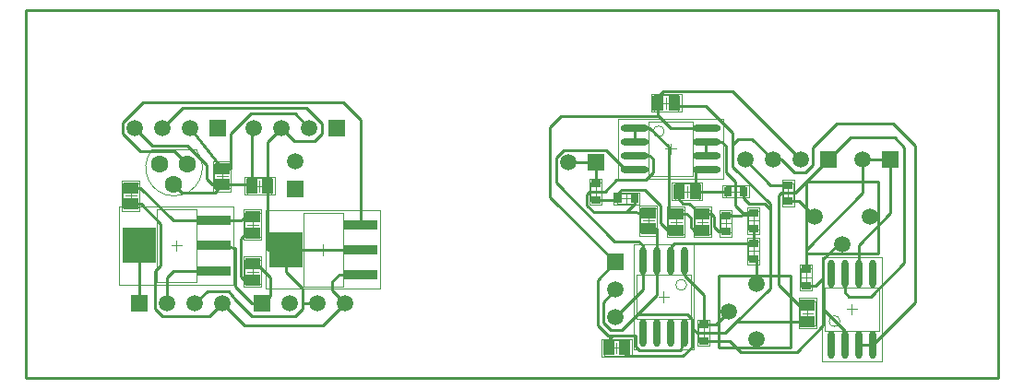
<source format=gtl>
G04 Layer_Physical_Order=1*
G04 Layer_Color=255*
%FSLAX25Y25*%
%MOIN*%
G70*
G01*
G75*
%ADD10R,0.12402X0.03543*%
%ADD11R,0.12402X0.12795*%
%ADD12R,0.04331X0.05512*%
%ADD13R,0.05512X0.04331*%
%ADD14R,0.03543X0.02756*%
%ADD15O,0.10039X0.02362*%
%ADD16O,0.02362X0.10039*%
%ADD17R,0.02756X0.03543*%
%ADD18C,0.01000*%
%ADD19C,0.00394*%
%ADD20C,0.00197*%
%ADD21R,0.05906X0.05906*%
%ADD22C,0.05906*%
%ADD23R,0.05906X0.05906*%
%ADD24C,0.06299*%
D10*
X463484Y134445D02*
D03*
Y143500D02*
D03*
Y152555D02*
D03*
X410484Y135945D02*
D03*
Y145000D02*
D03*
Y154055D02*
D03*
D11*
X436516Y143500D02*
D03*
X383516Y145000D02*
D03*
D12*
X429953Y166500D02*
D03*
X424047D02*
D03*
X553047Y108000D02*
D03*
X558953D02*
D03*
X570947Y196500D02*
D03*
X576853D02*
D03*
X584453Y164500D02*
D03*
X578547D02*
D03*
D13*
X413500Y172953D02*
D03*
Y167047D02*
D03*
X380500Y165953D02*
D03*
Y160047D02*
D03*
X424500Y138453D02*
D03*
Y132547D02*
D03*
Y155453D02*
D03*
Y149547D02*
D03*
X625000Y123453D02*
D03*
Y117547D02*
D03*
X587000Y156453D02*
D03*
Y150547D02*
D03*
X577500D02*
D03*
Y156453D02*
D03*
X567500Y151047D02*
D03*
Y156953D02*
D03*
D14*
X548500Y167453D02*
D03*
Y161547D02*
D03*
X595500Y150047D02*
D03*
Y155953D02*
D03*
X605500Y145953D02*
D03*
Y140047D02*
D03*
X618000Y166953D02*
D03*
Y161047D02*
D03*
X587500Y116453D02*
D03*
Y110547D02*
D03*
X605500Y156953D02*
D03*
Y151047D02*
D03*
X624500Y130547D02*
D03*
Y136453D02*
D03*
D15*
X562606Y187500D02*
D03*
Y182500D02*
D03*
Y177500D02*
D03*
Y172500D02*
D03*
X588394Y187500D02*
D03*
Y182500D02*
D03*
Y177500D02*
D03*
Y172500D02*
D03*
D16*
X580500Y139394D02*
D03*
X575500D02*
D03*
X570500D02*
D03*
X565500D02*
D03*
X580500Y113606D02*
D03*
X575500D02*
D03*
X570500D02*
D03*
X565500D02*
D03*
X633500Y109106D02*
D03*
X638500D02*
D03*
X643500D02*
D03*
X648500D02*
D03*
X633500Y134894D02*
D03*
X638500D02*
D03*
X643500D02*
D03*
X648500D02*
D03*
D17*
X562453Y162000D02*
D03*
X556547D02*
D03*
X596047Y164500D02*
D03*
X601953D02*
D03*
D18*
X597700Y200800D02*
X622500Y176000D01*
X573000Y200800D02*
X597700D01*
X570947Y198747D02*
X573000Y200800D01*
X570947Y196500D02*
Y198747D01*
X564344Y107056D02*
X579157D01*
X562800Y108600D02*
Y112400D01*
X554447D02*
X562800D01*
X553047Y111000D02*
X554447Y112400D01*
X553047Y108000D02*
Y111000D01*
X579157Y107056D02*
X580500Y113606D01*
X562800Y108600D02*
X564344Y107056D01*
X549047Y116253D02*
X552900Y112400D01*
X549047Y116253D02*
Y132547D01*
X555500Y139000D01*
X638500Y127986D02*
Y134894D01*
Y127986D02*
X640000Y126486D01*
X647722D01*
X660000Y138763D01*
Y180420D01*
X656420Y184000D02*
X660000Y180420D01*
X640500Y184000D02*
X656420D01*
X632500Y176000D02*
X640500Y184000D01*
X620500Y164000D02*
X632500Y176000D01*
X615600Y164000D02*
X620500D01*
X614681Y163081D02*
X615600Y164000D01*
X614681Y130772D02*
Y163081D01*
Y130772D02*
X622000Y123453D01*
X625000D01*
X559100Y172500D02*
X562606D01*
X552109Y179491D02*
X559100Y172500D01*
X536687Y179491D02*
X552109D01*
X534042Y176846D02*
X536687Y179491D01*
X534042Y167758D02*
Y176846D01*
Y167758D02*
X555300Y146500D01*
X564000D01*
X565500Y145000D01*
Y139394D02*
Y145000D01*
X611547Y166953D02*
X618000D01*
X602500Y176000D02*
X611547Y166953D01*
X565500Y129000D02*
Y139394D01*
X555500Y119000D02*
X565500Y129000D01*
X643500Y109106D02*
Y109200D01*
X648500Y109106D02*
Y109200D01*
Y109100D02*
Y109106D01*
X664000Y124600D02*
Y181000D01*
X656000Y189000D02*
X664000Y181000D01*
X635500Y189000D02*
X656000D01*
X627000Y180500D02*
X635500Y189000D01*
X627000Y174200D02*
Y180500D01*
X624200Y171400D02*
X627000Y174200D01*
X620100Y171400D02*
X624200D01*
X615500Y176000D02*
X620100Y171400D01*
X612500Y176000D02*
X615500D01*
X563626Y120126D02*
X581674D01*
X597900Y173500D02*
X611400Y160000D01*
X588053Y195500D02*
X597900Y185653D01*
X576853Y195500D02*
Y196500D01*
X567500Y151047D02*
X570500D01*
X463484Y152555D02*
Y190616D01*
X457262Y196838D02*
X463484Y190616D01*
X385003Y196838D02*
X457262D01*
X377522Y189358D02*
X385003Y196838D01*
X377522Y185613D02*
Y189358D01*
Y185613D02*
X383936Y179200D01*
X396300D01*
X401000Y174500D01*
X584000Y150547D02*
X587000D01*
X582700Y151847D02*
X584000Y150547D01*
X582700Y151847D02*
Y155000D01*
X581247Y156453D02*
X582700Y155000D01*
X577500Y156453D02*
X581247D01*
X574800D02*
X577500D01*
X568000Y187500D02*
X574800Y180700D01*
X562606Y187500D02*
X568000D01*
X562606Y185006D02*
Y187500D01*
X562600Y185000D02*
X562606Y185006D01*
X562600Y182500D02*
X562606D01*
X593000Y150047D02*
X595500D01*
X591256Y151791D02*
X593000Y150047D01*
X591256Y151791D02*
Y155444D01*
X590247Y156453D02*
X591256Y155444D01*
X587000Y156453D02*
X590247D01*
X578547Y161653D02*
Y164500D01*
Y161653D02*
X580000Y160200D01*
X582300D01*
X586047Y156453D01*
X587000D01*
X574653Y150547D02*
X577500D01*
X572000Y153200D02*
X574653Y150547D01*
X572000Y153200D02*
Y159500D01*
X566227Y165273D02*
X572000Y159500D01*
X557820Y165273D02*
X566227D01*
X556547Y164000D02*
X557820Y165273D01*
X556547Y162000D02*
Y164000D01*
Y161547D02*
Y162000D01*
X584453Y172500D02*
X588394D01*
X584453Y164500D02*
X596047D01*
X568000Y177500D02*
X569131Y176369D01*
Y171369D02*
Y176369D01*
X551800Y164500D02*
X556000Y168700D01*
X546100Y164500D02*
X551800D01*
X545181Y163581D02*
X546100Y164500D01*
X545181Y159581D02*
Y163581D01*
Y159581D02*
X547762Y157000D01*
X559453D01*
X567500Y156953D01*
X562606Y177500D02*
X568000D01*
X566463Y168700D02*
X569131Y171369D01*
X556000Y168700D02*
X566463D01*
X559453Y157000D02*
X562453Y160000D01*
Y162000D01*
X421700Y155453D02*
X424500D01*
X420302Y154055D02*
X421700Y155453D01*
X410484Y154055D02*
X420302D01*
X380500Y165953D02*
X384000D01*
X395898Y154055D01*
X410484D01*
X422200Y149547D02*
X424500D01*
X420239Y147586D02*
X422200Y149547D01*
X420239Y133961D02*
Y147586D01*
Y133961D02*
X421653Y132547D01*
X424500D01*
X601547Y156953D02*
X605500D01*
X599000Y159500D02*
X601547Y156953D01*
X599000Y159500D02*
Y168000D01*
X595450Y171550D02*
X599000Y168000D01*
X595450Y171550D02*
Y181050D01*
X594000Y182500D02*
X595450Y181050D01*
X588394Y182500D02*
X594000D01*
X588300D02*
X588394D01*
X588300Y177500D02*
X588394D01*
X591953Y116453D02*
X596500Y121000D01*
X587500Y116453D02*
X591953D01*
X587500D02*
Y127000D01*
X580500Y134000D02*
X587500Y127000D01*
X580500Y134000D02*
Y139394D01*
X605500Y145953D02*
Y151047D01*
X577000Y145953D02*
X605500D01*
X575500Y144453D02*
X577000Y145953D01*
X575500Y139394D02*
Y144453D01*
X630600Y140000D02*
X636100Y145500D01*
X630600Y133147D02*
Y140000D01*
X628000Y130547D02*
X630600Y133147D01*
X624500Y130547D02*
X628000D01*
X630600Y122100D02*
X638500Y114200D01*
Y109106D02*
Y114200D01*
X636100Y145500D02*
X637500D01*
X621083Y106517D02*
X630600Y116033D01*
X600883Y106517D02*
X621083D01*
X596853Y110547D02*
X600883Y106517D01*
X587500Y110547D02*
X596853D01*
X643500Y134894D02*
Y145200D01*
X655000Y156700D01*
Y176000D01*
X645000D02*
X655000D01*
X645000Y164000D02*
Y176000D01*
X624500Y143500D02*
X645000Y164000D01*
X624500Y136453D02*
Y143500D01*
X548500Y167453D02*
Y175000D01*
X538500D02*
X548500D01*
X605500Y140047D02*
X606500D01*
X621953Y161047D02*
X627500Y155500D01*
X618000Y161047D02*
X621953D01*
X439850Y192650D02*
X445000Y187500D01*
X423797Y192650D02*
X439850D01*
X416500Y185353D02*
X423797Y192650D01*
X402000Y187500D02*
X413500Y172953D01*
X396000Y135945D02*
X410484D01*
X393500Y133445D02*
X396000Y135945D01*
X393500Y124000D02*
Y133445D01*
X424500Y138453D02*
X425947D01*
X430800Y133600D01*
Y126800D02*
Y133600D01*
X428000Y124000D02*
X430800Y126800D01*
X410484Y145000D02*
X418200Y144000D01*
Y130000D02*
Y144000D01*
Y130000D02*
X424200Y124000D01*
X428000D01*
X383516Y124016D02*
Y145000D01*
X383500Y124000D02*
X383516Y124016D01*
X382000Y187500D02*
X388300Y181200D01*
X400947D01*
X408000Y174147D01*
Y169047D02*
Y174147D01*
Y169047D02*
X410000Y167047D01*
X413500D01*
X455745Y134445D02*
X463484D01*
X453300Y132000D02*
X455745Y134445D01*
X453300Y128700D02*
Y132000D01*
Y128700D02*
X458000Y124000D01*
X410744Y164291D02*
X413500Y167047D01*
X398709Y164291D02*
X410744D01*
X396000Y167000D02*
X398709Y164291D01*
X450000Y116000D02*
X458000Y124000D01*
X421500Y116000D02*
X450000D01*
X413500Y124000D02*
X421500Y116000D01*
X380500Y160047D02*
X384151D01*
X391233Y152964D01*
Y137933D02*
Y152964D01*
X389041Y135741D02*
X391233Y137933D01*
X389041Y122141D02*
Y135741D01*
Y122141D02*
X391783Y119400D01*
X408900D01*
X413500Y124000D01*
X392000Y187500D02*
X399300Y194800D01*
X444000D01*
X449493Y189307D01*
X449493Y185607D01*
X446786Y182900D02*
X449493Y185607D01*
X439600Y182900D02*
X446786D01*
X435000Y187500D02*
X439600Y182900D01*
X429953Y182453D02*
X435000Y187500D01*
X429953Y166500D02*
Y182453D01*
Y143500D02*
X436516D01*
X463484D01*
X436516Y135384D02*
X442500Y129400D01*
X439858Y119509D02*
X442500Y122150D01*
X424191Y119509D02*
X439858Y119509D01*
X418100Y125600D02*
X424191Y119509D01*
X415700Y128500D02*
X418100Y125600D01*
X415600Y128600D02*
X415700Y128500D01*
X408100Y128600D02*
X415600D01*
X403500Y124000D02*
X408100Y128600D01*
X575447Y187500D02*
X588394D01*
X570947Y192000D02*
Y196500D01*
X571047Y191900D02*
X575447Y187500D01*
X536000Y191900D02*
X571047D01*
X532000Y187900D02*
X536000Y191900D01*
X532000Y162500D02*
Y187900D01*
Y162500D02*
X555500Y139000D01*
X570500Y127000D02*
Y139394D01*
X551047Y117154D02*
X553689Y114512D01*
X599347Y117547D02*
X625000D01*
X558012Y114512D02*
X563626Y120126D01*
X551047Y124547D02*
X555500Y129000D01*
X553689Y114512D02*
X558012D01*
X583300Y115300D02*
Y118500D01*
X585068Y113532D02*
X595332D01*
X609400Y160000D02*
X611400Y158000D01*
X603953Y160000D02*
X609400D01*
X601953Y162000D02*
X603953Y160000D01*
X601953Y162000D02*
Y164500D01*
X583300Y115300D02*
X585068Y113532D01*
X597900Y181453D02*
X600000Y183553D01*
X604947D01*
X612500Y176000D01*
X551047Y117154D02*
Y124547D01*
X581674Y120126D02*
X583300Y118500D01*
X579987Y104987D02*
X583300Y108300D01*
X560013Y104987D02*
X579987D01*
X558953Y106047D02*
X560013Y104987D01*
X558953Y106047D02*
Y108000D01*
X600547Y155953D02*
X605500Y156953D01*
X595500Y155953D02*
X600547D01*
X424047Y186547D02*
X425000Y187500D01*
X424047Y166500D02*
Y168800D01*
Y186547D01*
X413500Y167047D02*
X422294D01*
X442500Y124000D02*
X448000D01*
X442500D02*
Y129400D01*
X436516Y135384D02*
Y143500D01*
X552900Y112400D02*
X554447D01*
X570947Y192000D02*
X571047Y191900D01*
X563626Y120126D02*
X570500Y127000D01*
Y139394D02*
Y151047D01*
X576853Y195500D02*
X588053D01*
X583300Y108300D02*
Y115300D01*
X643500Y109200D02*
X648500D01*
X599347Y117547D02*
X611400Y129600D01*
X595332Y113532D02*
X599347Y117547D01*
X648500Y109100D02*
X664000Y124600D01*
X611400Y129600D02*
Y158000D01*
Y160000D01*
X597900Y173500D02*
Y181453D01*
Y185653D01*
X562600Y182500D02*
Y185000D01*
X574800Y156453D02*
Y180700D01*
X548500Y161547D02*
X556547D01*
X584453Y164500D02*
Y172500D01*
X588300Y177500D02*
Y182500D01*
X630600Y116033D02*
Y122100D01*
Y133147D01*
X606500Y131000D02*
Y140047D01*
X422294Y167047D02*
X424047Y168800D01*
X429953Y143500D02*
Y166500D01*
X442500Y122150D02*
Y124000D01*
X413500Y172953D02*
X416500D01*
Y185353D01*
X593000Y134000D02*
X619000D01*
X593000Y108000D02*
Y134000D01*
Y108000D02*
X618992D01*
Y133992D01*
X624500Y142000D02*
Y168000D01*
Y142000D02*
X650500D01*
Y167992D01*
X624508D02*
X650500D01*
X342500Y97000D02*
X429000D01*
X342500Y230000D02*
X694000D01*
Y97000D02*
Y230000D01*
X429000Y97000D02*
X694000D01*
X342500D02*
Y230000D01*
D19*
X388000Y179500D02*
G03*
X404133Y179500I8066J-6302D01*
G01*
X387934Y179799D02*
X404066D01*
X573138Y186299D02*
G03*
X573138Y186299I-1969J0D01*
G01*
X581268Y130831D02*
G03*
X581268Y130831I-1969J0D01*
G01*
X636669Y117669D02*
G03*
X636669Y117669I-1969J0D01*
G01*
X457283Y130311D02*
Y156689D01*
X442717Y130311D02*
Y156689D01*
Y130311D02*
X457283D01*
X442717Y156689D02*
X457283D01*
X404283Y131811D02*
Y158189D01*
X389717Y131811D02*
Y158189D01*
Y131811D02*
X404283D01*
X389717Y158189D02*
X404283D01*
X431331Y163646D02*
Y169354D01*
X422669Y163646D02*
Y169354D01*
Y163646D02*
X431331D01*
X422669Y169354D02*
X431331D01*
X410646Y174331D02*
X416354D01*
X410646Y165669D02*
X416354D01*
Y174331D01*
X410646Y165669D02*
Y174331D01*
X377646Y167331D02*
X383354D01*
X377646Y158669D02*
X383354D01*
Y167331D01*
X377646Y158669D02*
Y167331D01*
X421646Y139831D02*
X427354D01*
X421646Y131169D02*
X427354D01*
Y139831D01*
X421646Y131169D02*
Y139831D01*
Y156831D02*
X427354D01*
X421646Y148169D02*
X427354D01*
Y156831D01*
X421646Y148169D02*
Y156831D01*
X622146Y124831D02*
X627854D01*
X622146Y116169D02*
X627854D01*
Y124831D01*
X622146Y116169D02*
Y124831D01*
X551669Y105146D02*
Y110854D01*
X560331Y105146D02*
Y110854D01*
X551669D02*
X560331D01*
X551669Y105146D02*
X560331D01*
X569569Y193646D02*
Y199354D01*
X578231Y193646D02*
Y199354D01*
X569569D02*
X578231D01*
X569569Y193646D02*
X578231D01*
X589854Y149169D02*
Y157831D01*
X584146Y149169D02*
Y157831D01*
X589854D01*
X584146Y149169D02*
X589854D01*
X546630Y167846D02*
X550370D01*
X546630Y161154D02*
X550370D01*
Y167846D01*
X546630Y161154D02*
Y167846D01*
X574646Y149169D02*
Y157831D01*
X580354Y149169D02*
Y157831D01*
X574646Y149169D02*
X580354D01*
X574646Y157831D02*
X580354D01*
X577169Y161646D02*
X585831D01*
X577169Y167354D02*
X585831D01*
Y161646D02*
Y167354D01*
X577169Y161646D02*
Y167354D01*
X564646Y149669D02*
Y158331D01*
X570354Y149669D02*
Y158331D01*
X564646Y149669D02*
X570354D01*
X564646Y158331D02*
X570354D01*
X567626Y170157D02*
Y189843D01*
X583374Y170157D02*
Y189843D01*
X567626D02*
X583374D01*
X567626Y170157D02*
X583374D01*
X563157Y134374D02*
X582843D01*
X563157Y118626D02*
X582843D01*
Y134374D01*
X563157Y118626D02*
Y134374D01*
X631157Y114126D02*
X650843D01*
X631157Y129874D02*
X650843D01*
X631157Y114126D02*
Y129874D01*
X650843Y114126D02*
Y129874D01*
X593630Y149654D02*
X597370D01*
X593630Y156346D02*
X597370D01*
X593630Y149654D02*
Y156346D01*
X597370Y149654D02*
Y156346D01*
X562846Y160130D02*
Y163870D01*
X556154Y160130D02*
Y163870D01*
Y160130D02*
X562846D01*
X556154Y163870D02*
X562846D01*
X595654Y162630D02*
Y166370D01*
X602346Y162630D02*
Y166370D01*
X595654D02*
X602346D01*
X595654Y162630D02*
X602346D01*
X603630Y146346D02*
X607370D01*
X603630Y139654D02*
X607370D01*
Y146346D01*
X603630Y139654D02*
Y146346D01*
X616130Y167346D02*
X619870D01*
X616130Y160654D02*
X619870D01*
Y167346D01*
X616130Y160654D02*
Y167346D01*
X585630Y116846D02*
X589370D01*
X585630Y110154D02*
X589370D01*
Y116846D01*
X585630Y110154D02*
Y116846D01*
X603630Y157346D02*
X607370D01*
X603630Y150654D02*
X607370D01*
Y157346D01*
X603630Y150654D02*
Y157346D01*
X622630Y130154D02*
X626370D01*
X622630Y136846D02*
X626370D01*
X622630Y130154D02*
Y136846D01*
X626370Y130154D02*
Y136846D01*
X448031Y143500D02*
X451968D01*
X450000Y141531D02*
Y145469D01*
X395031Y145000D02*
X398968D01*
X397000Y143031D02*
Y146969D01*
X432512Y163350D02*
Y169650D01*
X421488Y163350D02*
Y169650D01*
Y163350D02*
X432512D01*
X421488Y169650D02*
X432512D01*
X425031Y166500D02*
X428968D01*
X427000Y164531D02*
Y168468D01*
X410350Y175512D02*
X416650D01*
X410350Y164488D02*
X416650D01*
Y175512D01*
X410350Y164488D02*
Y175512D01*
X413500Y168031D02*
Y171968D01*
X411532Y170000D02*
X415469D01*
X377350Y168512D02*
X383650D01*
X377350Y157488D02*
X383650D01*
Y168512D01*
X377350Y157488D02*
Y168512D01*
X380500Y161031D02*
Y164968D01*
X378532Y163000D02*
X382469D01*
X421350Y141012D02*
X427650D01*
X421350Y129988D02*
X427650D01*
Y141012D01*
X421350Y129988D02*
Y141012D01*
X424500Y133531D02*
Y137468D01*
X422532Y135500D02*
X426469D01*
X421350Y158012D02*
X427650D01*
X421350Y146988D02*
X427650D01*
Y158012D01*
X421350Y146988D02*
Y158012D01*
X424500Y150531D02*
Y154468D01*
X422532Y152500D02*
X426469D01*
X621850Y126012D02*
X628150D01*
X621850Y114988D02*
X628150D01*
Y126012D01*
X621850Y114988D02*
Y126012D01*
X625000Y118531D02*
Y122468D01*
X623032Y120500D02*
X626969D01*
X550488Y104850D02*
Y111150D01*
X561512Y104850D02*
Y111150D01*
X550488D02*
X561512D01*
X550488Y104850D02*
X561512D01*
X554032Y108000D02*
X557969D01*
X556000Y106032D02*
Y109969D01*
X568388Y193350D02*
Y199650D01*
X579412Y193350D02*
Y199650D01*
X568388D02*
X579412D01*
X568388Y193350D02*
X579412D01*
X571932Y196500D02*
X575869D01*
X573900Y194532D02*
Y198469D01*
X585031Y153500D02*
X588968D01*
X587000Y151532D02*
Y155469D01*
X590150Y147988D02*
Y159012D01*
X583850Y147988D02*
Y159012D01*
X590150D01*
X583850Y147988D02*
X590150D01*
X546335Y169224D02*
X550665D01*
X546335Y159776D02*
X550665D01*
Y169224D01*
X546335Y159776D02*
Y169224D01*
X548500Y162630D02*
Y166370D01*
X546630Y164500D02*
X550370D01*
X575532Y153500D02*
X579469D01*
X577500Y151531D02*
Y155468D01*
X574350Y147988D02*
Y159012D01*
X580650Y147988D02*
Y159012D01*
X574350Y147988D02*
X580650D01*
X574350Y159012D02*
X580650D01*
X581500Y162532D02*
Y166469D01*
X579532Y164500D02*
X583469D01*
X575988Y161350D02*
X587012D01*
X575988Y167650D02*
X587012D01*
Y161350D02*
Y167650D01*
X575988Y161350D02*
Y167650D01*
X565532Y154000D02*
X569469D01*
X567500Y152031D02*
Y155968D01*
X564350Y148488D02*
Y159512D01*
X570650Y148488D02*
Y159512D01*
X564350Y148488D02*
X570650D01*
X564350Y159512D02*
X570650D01*
X573532Y180000D02*
X577469D01*
X575500Y178031D02*
Y181968D01*
X573000Y124531D02*
Y128468D01*
X571032Y126500D02*
X574969D01*
X641000Y120031D02*
Y123968D01*
X639031Y122000D02*
X642968D01*
X593335Y148276D02*
X597665D01*
X593335Y157724D02*
X597665D01*
X593335Y148276D02*
Y157724D01*
X597665Y148276D02*
Y157724D01*
X595500Y151130D02*
Y154870D01*
X593630Y153000D02*
X597370D01*
X564224Y159835D02*
Y164165D01*
X554776Y159835D02*
Y164165D01*
Y159835D02*
X564224D01*
X554776Y164165D02*
X564224D01*
X557630Y162000D02*
X561370D01*
X559500Y160130D02*
Y163870D01*
X594276Y162335D02*
Y166665D01*
X603724Y162335D02*
Y166665D01*
X594276D02*
X603724D01*
X594276Y162335D02*
X603724D01*
X597130Y164500D02*
X600870D01*
X599000Y162630D02*
Y166370D01*
X603335Y147724D02*
X607665D01*
X603335Y138276D02*
X607665D01*
Y147724D01*
X603335Y138276D02*
Y147724D01*
X605500Y141130D02*
Y144870D01*
X603630Y143000D02*
X607370D01*
X615835Y168724D02*
X620165D01*
X615835Y159276D02*
X620165D01*
Y168724D01*
X615835Y159276D02*
Y168724D01*
X618000Y162130D02*
Y165870D01*
X616130Y164000D02*
X619870D01*
X585335Y118224D02*
X589665D01*
X585335Y108776D02*
X589665D01*
Y118224D01*
X585335Y108776D02*
Y118224D01*
X587500Y111630D02*
Y115370D01*
X585630Y113500D02*
X589370D01*
X603335Y158724D02*
X607665D01*
X603335Y149276D02*
X607665D01*
Y158724D01*
X603335Y149276D02*
Y158724D01*
X605500Y152130D02*
Y155870D01*
X603630Y154000D02*
X607370D01*
X622335Y128776D02*
X626665D01*
X622335Y138224D02*
X626665D01*
X622335Y128776D02*
Y138224D01*
X626665Y128776D02*
Y138224D01*
X624500Y131630D02*
Y135370D01*
X622630Y133500D02*
X626370D01*
D20*
X470669Y129327D02*
Y157673D01*
X429331Y129327D02*
Y157673D01*
Y129327D02*
X470669D01*
X429331Y157673D02*
X470669D01*
X417669Y130827D02*
Y159173D01*
X376331Y130827D02*
Y159173D01*
Y130827D02*
X417669D01*
X376331Y159173D02*
X417669D01*
X556602Y169173D02*
Y190827D01*
X594398Y169173D02*
Y190827D01*
X556602D02*
X594398D01*
X556602Y169173D02*
X594398D01*
X562173Y145398D02*
X583827D01*
X562173Y107602D02*
X583827D01*
Y145398D01*
X562173Y107602D02*
Y145398D01*
X630173Y103102D02*
X651827D01*
X630173Y140898D02*
X651827D01*
X630173Y103102D02*
Y140898D01*
X651827Y103102D02*
Y140898D01*
D21*
X455000Y187500D02*
D03*
X383500Y124000D02*
D03*
X412000Y187500D02*
D03*
X428000Y124000D02*
D03*
X632500Y176000D02*
D03*
X548500Y175000D02*
D03*
X655000Y176000D02*
D03*
D22*
X445000Y187500D02*
D03*
X435000D02*
D03*
X425000D02*
D03*
X393500Y124000D02*
D03*
X403500D02*
D03*
X413500D02*
D03*
X402000Y187500D02*
D03*
X392000D02*
D03*
X382000D02*
D03*
X438000Y124000D02*
D03*
X448000D02*
D03*
X458000D02*
D03*
X440000Y175500D02*
D03*
X602500Y176000D02*
D03*
X612500D02*
D03*
X622500D02*
D03*
X538500Y175000D02*
D03*
X645000Y176000D02*
D03*
X606500Y111000D02*
D03*
X596500Y121000D02*
D03*
X606500Y131000D02*
D03*
X647500Y155500D02*
D03*
X637500Y145500D02*
D03*
X627500Y155500D02*
D03*
X555500Y129000D02*
D03*
Y119000D02*
D03*
D23*
X440000Y165500D02*
D03*
X555500Y139000D02*
D03*
D24*
X401000Y174500D02*
D03*
X396000Y167000D02*
D03*
X391000Y174500D02*
D03*
M02*

</source>
